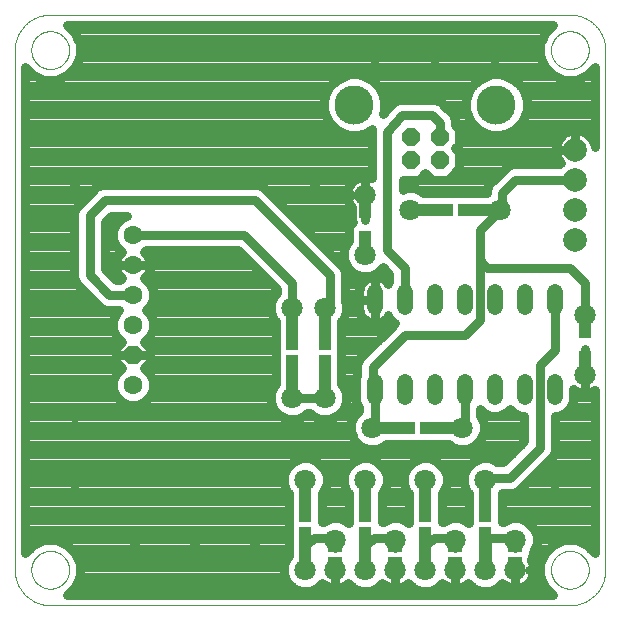
<source format=gtl>
G75*
%MOIN*%
%OFA0B0*%
%FSLAX25Y25*%
%IPPOS*%
%LPD*%
%AMOC8*
5,1,8,0,0,1.08239X$1,22.5*
%
%ADD10C,0.00000*%
%ADD11R,0.03937X0.10236*%
%ADD12C,0.07087*%
%ADD13C,0.05200*%
%ADD14R,0.12598X0.03937*%
%ADD15OC8,0.05740*%
%ADD16C,0.13055*%
%ADD17R,0.03937X0.12598*%
%ADD18R,0.04724X0.03150*%
%ADD19C,0.07874*%
%ADD20C,0.06299*%
%ADD21OC8,0.06299*%
%ADD22C,0.03150*%
%ADD23C,0.03150*%
D10*
X0005724Y0017535D02*
X0005724Y0190764D01*
X0011236Y0190764D02*
X0011238Y0190922D01*
X0011244Y0191080D01*
X0011254Y0191238D01*
X0011268Y0191396D01*
X0011286Y0191553D01*
X0011307Y0191710D01*
X0011333Y0191866D01*
X0011363Y0192022D01*
X0011396Y0192177D01*
X0011434Y0192330D01*
X0011475Y0192483D01*
X0011520Y0192635D01*
X0011569Y0192786D01*
X0011622Y0192935D01*
X0011678Y0193083D01*
X0011738Y0193229D01*
X0011802Y0193374D01*
X0011870Y0193517D01*
X0011941Y0193659D01*
X0012015Y0193799D01*
X0012093Y0193936D01*
X0012175Y0194072D01*
X0012259Y0194206D01*
X0012348Y0194337D01*
X0012439Y0194466D01*
X0012534Y0194593D01*
X0012631Y0194718D01*
X0012732Y0194840D01*
X0012836Y0194959D01*
X0012943Y0195076D01*
X0013053Y0195190D01*
X0013166Y0195301D01*
X0013281Y0195410D01*
X0013399Y0195515D01*
X0013520Y0195617D01*
X0013643Y0195717D01*
X0013769Y0195813D01*
X0013897Y0195906D01*
X0014027Y0195996D01*
X0014160Y0196082D01*
X0014295Y0196166D01*
X0014431Y0196245D01*
X0014570Y0196322D01*
X0014711Y0196394D01*
X0014853Y0196464D01*
X0014997Y0196529D01*
X0015143Y0196591D01*
X0015290Y0196649D01*
X0015439Y0196704D01*
X0015589Y0196755D01*
X0015740Y0196802D01*
X0015892Y0196845D01*
X0016045Y0196884D01*
X0016200Y0196920D01*
X0016355Y0196951D01*
X0016511Y0196979D01*
X0016667Y0197003D01*
X0016824Y0197023D01*
X0016982Y0197039D01*
X0017139Y0197051D01*
X0017298Y0197059D01*
X0017456Y0197063D01*
X0017614Y0197063D01*
X0017772Y0197059D01*
X0017931Y0197051D01*
X0018088Y0197039D01*
X0018246Y0197023D01*
X0018403Y0197003D01*
X0018559Y0196979D01*
X0018715Y0196951D01*
X0018870Y0196920D01*
X0019025Y0196884D01*
X0019178Y0196845D01*
X0019330Y0196802D01*
X0019481Y0196755D01*
X0019631Y0196704D01*
X0019780Y0196649D01*
X0019927Y0196591D01*
X0020073Y0196529D01*
X0020217Y0196464D01*
X0020359Y0196394D01*
X0020500Y0196322D01*
X0020639Y0196245D01*
X0020775Y0196166D01*
X0020910Y0196082D01*
X0021043Y0195996D01*
X0021173Y0195906D01*
X0021301Y0195813D01*
X0021427Y0195717D01*
X0021550Y0195617D01*
X0021671Y0195515D01*
X0021789Y0195410D01*
X0021904Y0195301D01*
X0022017Y0195190D01*
X0022127Y0195076D01*
X0022234Y0194959D01*
X0022338Y0194840D01*
X0022439Y0194718D01*
X0022536Y0194593D01*
X0022631Y0194466D01*
X0022722Y0194337D01*
X0022811Y0194206D01*
X0022895Y0194072D01*
X0022977Y0193936D01*
X0023055Y0193799D01*
X0023129Y0193659D01*
X0023200Y0193517D01*
X0023268Y0193374D01*
X0023332Y0193229D01*
X0023392Y0193083D01*
X0023448Y0192935D01*
X0023501Y0192786D01*
X0023550Y0192635D01*
X0023595Y0192483D01*
X0023636Y0192330D01*
X0023674Y0192177D01*
X0023707Y0192022D01*
X0023737Y0191866D01*
X0023763Y0191710D01*
X0023784Y0191553D01*
X0023802Y0191396D01*
X0023816Y0191238D01*
X0023826Y0191080D01*
X0023832Y0190922D01*
X0023834Y0190764D01*
X0023832Y0190606D01*
X0023826Y0190448D01*
X0023816Y0190290D01*
X0023802Y0190132D01*
X0023784Y0189975D01*
X0023763Y0189818D01*
X0023737Y0189662D01*
X0023707Y0189506D01*
X0023674Y0189351D01*
X0023636Y0189198D01*
X0023595Y0189045D01*
X0023550Y0188893D01*
X0023501Y0188742D01*
X0023448Y0188593D01*
X0023392Y0188445D01*
X0023332Y0188299D01*
X0023268Y0188154D01*
X0023200Y0188011D01*
X0023129Y0187869D01*
X0023055Y0187729D01*
X0022977Y0187592D01*
X0022895Y0187456D01*
X0022811Y0187322D01*
X0022722Y0187191D01*
X0022631Y0187062D01*
X0022536Y0186935D01*
X0022439Y0186810D01*
X0022338Y0186688D01*
X0022234Y0186569D01*
X0022127Y0186452D01*
X0022017Y0186338D01*
X0021904Y0186227D01*
X0021789Y0186118D01*
X0021671Y0186013D01*
X0021550Y0185911D01*
X0021427Y0185811D01*
X0021301Y0185715D01*
X0021173Y0185622D01*
X0021043Y0185532D01*
X0020910Y0185446D01*
X0020775Y0185362D01*
X0020639Y0185283D01*
X0020500Y0185206D01*
X0020359Y0185134D01*
X0020217Y0185064D01*
X0020073Y0184999D01*
X0019927Y0184937D01*
X0019780Y0184879D01*
X0019631Y0184824D01*
X0019481Y0184773D01*
X0019330Y0184726D01*
X0019178Y0184683D01*
X0019025Y0184644D01*
X0018870Y0184608D01*
X0018715Y0184577D01*
X0018559Y0184549D01*
X0018403Y0184525D01*
X0018246Y0184505D01*
X0018088Y0184489D01*
X0017931Y0184477D01*
X0017772Y0184469D01*
X0017614Y0184465D01*
X0017456Y0184465D01*
X0017298Y0184469D01*
X0017139Y0184477D01*
X0016982Y0184489D01*
X0016824Y0184505D01*
X0016667Y0184525D01*
X0016511Y0184549D01*
X0016355Y0184577D01*
X0016200Y0184608D01*
X0016045Y0184644D01*
X0015892Y0184683D01*
X0015740Y0184726D01*
X0015589Y0184773D01*
X0015439Y0184824D01*
X0015290Y0184879D01*
X0015143Y0184937D01*
X0014997Y0184999D01*
X0014853Y0185064D01*
X0014711Y0185134D01*
X0014570Y0185206D01*
X0014431Y0185283D01*
X0014295Y0185362D01*
X0014160Y0185446D01*
X0014027Y0185532D01*
X0013897Y0185622D01*
X0013769Y0185715D01*
X0013643Y0185811D01*
X0013520Y0185911D01*
X0013399Y0186013D01*
X0013281Y0186118D01*
X0013166Y0186227D01*
X0013053Y0186338D01*
X0012943Y0186452D01*
X0012836Y0186569D01*
X0012732Y0186688D01*
X0012631Y0186810D01*
X0012534Y0186935D01*
X0012439Y0187062D01*
X0012348Y0187191D01*
X0012259Y0187322D01*
X0012175Y0187456D01*
X0012093Y0187592D01*
X0012015Y0187729D01*
X0011941Y0187869D01*
X0011870Y0188011D01*
X0011802Y0188154D01*
X0011738Y0188299D01*
X0011678Y0188445D01*
X0011622Y0188593D01*
X0011569Y0188742D01*
X0011520Y0188893D01*
X0011475Y0189045D01*
X0011434Y0189198D01*
X0011396Y0189351D01*
X0011363Y0189506D01*
X0011333Y0189662D01*
X0011307Y0189818D01*
X0011286Y0189975D01*
X0011268Y0190132D01*
X0011254Y0190290D01*
X0011244Y0190448D01*
X0011238Y0190606D01*
X0011236Y0190764D01*
X0005724Y0190764D02*
X0005727Y0191049D01*
X0005738Y0191335D01*
X0005755Y0191620D01*
X0005779Y0191904D01*
X0005810Y0192188D01*
X0005848Y0192471D01*
X0005893Y0192752D01*
X0005944Y0193033D01*
X0006002Y0193313D01*
X0006067Y0193591D01*
X0006139Y0193867D01*
X0006217Y0194141D01*
X0006302Y0194414D01*
X0006394Y0194684D01*
X0006492Y0194952D01*
X0006596Y0195218D01*
X0006707Y0195481D01*
X0006824Y0195741D01*
X0006947Y0195999D01*
X0007077Y0196253D01*
X0007213Y0196504D01*
X0007354Y0196752D01*
X0007502Y0196996D01*
X0007655Y0197237D01*
X0007815Y0197473D01*
X0007980Y0197706D01*
X0008150Y0197935D01*
X0008326Y0198160D01*
X0008508Y0198380D01*
X0008694Y0198596D01*
X0008886Y0198807D01*
X0009083Y0199014D01*
X0009285Y0199216D01*
X0009492Y0199413D01*
X0009703Y0199605D01*
X0009919Y0199791D01*
X0010139Y0199973D01*
X0010364Y0200149D01*
X0010593Y0200319D01*
X0010826Y0200484D01*
X0011062Y0200644D01*
X0011303Y0200797D01*
X0011547Y0200945D01*
X0011795Y0201086D01*
X0012046Y0201222D01*
X0012300Y0201352D01*
X0012558Y0201475D01*
X0012818Y0201592D01*
X0013081Y0201703D01*
X0013347Y0201807D01*
X0013615Y0201905D01*
X0013885Y0201997D01*
X0014158Y0202082D01*
X0014432Y0202160D01*
X0014708Y0202232D01*
X0014986Y0202297D01*
X0015266Y0202355D01*
X0015547Y0202406D01*
X0015828Y0202451D01*
X0016111Y0202489D01*
X0016395Y0202520D01*
X0016679Y0202544D01*
X0016964Y0202561D01*
X0017250Y0202572D01*
X0017535Y0202575D01*
X0190764Y0202575D01*
X0184465Y0190764D02*
X0184467Y0190922D01*
X0184473Y0191080D01*
X0184483Y0191238D01*
X0184497Y0191396D01*
X0184515Y0191553D01*
X0184536Y0191710D01*
X0184562Y0191866D01*
X0184592Y0192022D01*
X0184625Y0192177D01*
X0184663Y0192330D01*
X0184704Y0192483D01*
X0184749Y0192635D01*
X0184798Y0192786D01*
X0184851Y0192935D01*
X0184907Y0193083D01*
X0184967Y0193229D01*
X0185031Y0193374D01*
X0185099Y0193517D01*
X0185170Y0193659D01*
X0185244Y0193799D01*
X0185322Y0193936D01*
X0185404Y0194072D01*
X0185488Y0194206D01*
X0185577Y0194337D01*
X0185668Y0194466D01*
X0185763Y0194593D01*
X0185860Y0194718D01*
X0185961Y0194840D01*
X0186065Y0194959D01*
X0186172Y0195076D01*
X0186282Y0195190D01*
X0186395Y0195301D01*
X0186510Y0195410D01*
X0186628Y0195515D01*
X0186749Y0195617D01*
X0186872Y0195717D01*
X0186998Y0195813D01*
X0187126Y0195906D01*
X0187256Y0195996D01*
X0187389Y0196082D01*
X0187524Y0196166D01*
X0187660Y0196245D01*
X0187799Y0196322D01*
X0187940Y0196394D01*
X0188082Y0196464D01*
X0188226Y0196529D01*
X0188372Y0196591D01*
X0188519Y0196649D01*
X0188668Y0196704D01*
X0188818Y0196755D01*
X0188969Y0196802D01*
X0189121Y0196845D01*
X0189274Y0196884D01*
X0189429Y0196920D01*
X0189584Y0196951D01*
X0189740Y0196979D01*
X0189896Y0197003D01*
X0190053Y0197023D01*
X0190211Y0197039D01*
X0190368Y0197051D01*
X0190527Y0197059D01*
X0190685Y0197063D01*
X0190843Y0197063D01*
X0191001Y0197059D01*
X0191160Y0197051D01*
X0191317Y0197039D01*
X0191475Y0197023D01*
X0191632Y0197003D01*
X0191788Y0196979D01*
X0191944Y0196951D01*
X0192099Y0196920D01*
X0192254Y0196884D01*
X0192407Y0196845D01*
X0192559Y0196802D01*
X0192710Y0196755D01*
X0192860Y0196704D01*
X0193009Y0196649D01*
X0193156Y0196591D01*
X0193302Y0196529D01*
X0193446Y0196464D01*
X0193588Y0196394D01*
X0193729Y0196322D01*
X0193868Y0196245D01*
X0194004Y0196166D01*
X0194139Y0196082D01*
X0194272Y0195996D01*
X0194402Y0195906D01*
X0194530Y0195813D01*
X0194656Y0195717D01*
X0194779Y0195617D01*
X0194900Y0195515D01*
X0195018Y0195410D01*
X0195133Y0195301D01*
X0195246Y0195190D01*
X0195356Y0195076D01*
X0195463Y0194959D01*
X0195567Y0194840D01*
X0195668Y0194718D01*
X0195765Y0194593D01*
X0195860Y0194466D01*
X0195951Y0194337D01*
X0196040Y0194206D01*
X0196124Y0194072D01*
X0196206Y0193936D01*
X0196284Y0193799D01*
X0196358Y0193659D01*
X0196429Y0193517D01*
X0196497Y0193374D01*
X0196561Y0193229D01*
X0196621Y0193083D01*
X0196677Y0192935D01*
X0196730Y0192786D01*
X0196779Y0192635D01*
X0196824Y0192483D01*
X0196865Y0192330D01*
X0196903Y0192177D01*
X0196936Y0192022D01*
X0196966Y0191866D01*
X0196992Y0191710D01*
X0197013Y0191553D01*
X0197031Y0191396D01*
X0197045Y0191238D01*
X0197055Y0191080D01*
X0197061Y0190922D01*
X0197063Y0190764D01*
X0197061Y0190606D01*
X0197055Y0190448D01*
X0197045Y0190290D01*
X0197031Y0190132D01*
X0197013Y0189975D01*
X0196992Y0189818D01*
X0196966Y0189662D01*
X0196936Y0189506D01*
X0196903Y0189351D01*
X0196865Y0189198D01*
X0196824Y0189045D01*
X0196779Y0188893D01*
X0196730Y0188742D01*
X0196677Y0188593D01*
X0196621Y0188445D01*
X0196561Y0188299D01*
X0196497Y0188154D01*
X0196429Y0188011D01*
X0196358Y0187869D01*
X0196284Y0187729D01*
X0196206Y0187592D01*
X0196124Y0187456D01*
X0196040Y0187322D01*
X0195951Y0187191D01*
X0195860Y0187062D01*
X0195765Y0186935D01*
X0195668Y0186810D01*
X0195567Y0186688D01*
X0195463Y0186569D01*
X0195356Y0186452D01*
X0195246Y0186338D01*
X0195133Y0186227D01*
X0195018Y0186118D01*
X0194900Y0186013D01*
X0194779Y0185911D01*
X0194656Y0185811D01*
X0194530Y0185715D01*
X0194402Y0185622D01*
X0194272Y0185532D01*
X0194139Y0185446D01*
X0194004Y0185362D01*
X0193868Y0185283D01*
X0193729Y0185206D01*
X0193588Y0185134D01*
X0193446Y0185064D01*
X0193302Y0184999D01*
X0193156Y0184937D01*
X0193009Y0184879D01*
X0192860Y0184824D01*
X0192710Y0184773D01*
X0192559Y0184726D01*
X0192407Y0184683D01*
X0192254Y0184644D01*
X0192099Y0184608D01*
X0191944Y0184577D01*
X0191788Y0184549D01*
X0191632Y0184525D01*
X0191475Y0184505D01*
X0191317Y0184489D01*
X0191160Y0184477D01*
X0191001Y0184469D01*
X0190843Y0184465D01*
X0190685Y0184465D01*
X0190527Y0184469D01*
X0190368Y0184477D01*
X0190211Y0184489D01*
X0190053Y0184505D01*
X0189896Y0184525D01*
X0189740Y0184549D01*
X0189584Y0184577D01*
X0189429Y0184608D01*
X0189274Y0184644D01*
X0189121Y0184683D01*
X0188969Y0184726D01*
X0188818Y0184773D01*
X0188668Y0184824D01*
X0188519Y0184879D01*
X0188372Y0184937D01*
X0188226Y0184999D01*
X0188082Y0185064D01*
X0187940Y0185134D01*
X0187799Y0185206D01*
X0187660Y0185283D01*
X0187524Y0185362D01*
X0187389Y0185446D01*
X0187256Y0185532D01*
X0187126Y0185622D01*
X0186998Y0185715D01*
X0186872Y0185811D01*
X0186749Y0185911D01*
X0186628Y0186013D01*
X0186510Y0186118D01*
X0186395Y0186227D01*
X0186282Y0186338D01*
X0186172Y0186452D01*
X0186065Y0186569D01*
X0185961Y0186688D01*
X0185860Y0186810D01*
X0185763Y0186935D01*
X0185668Y0187062D01*
X0185577Y0187191D01*
X0185488Y0187322D01*
X0185404Y0187456D01*
X0185322Y0187592D01*
X0185244Y0187729D01*
X0185170Y0187869D01*
X0185099Y0188011D01*
X0185031Y0188154D01*
X0184967Y0188299D01*
X0184907Y0188445D01*
X0184851Y0188593D01*
X0184798Y0188742D01*
X0184749Y0188893D01*
X0184704Y0189045D01*
X0184663Y0189198D01*
X0184625Y0189351D01*
X0184592Y0189506D01*
X0184562Y0189662D01*
X0184536Y0189818D01*
X0184515Y0189975D01*
X0184497Y0190132D01*
X0184483Y0190290D01*
X0184473Y0190448D01*
X0184467Y0190606D01*
X0184465Y0190764D01*
X0190764Y0202575D02*
X0191049Y0202572D01*
X0191335Y0202561D01*
X0191620Y0202544D01*
X0191904Y0202520D01*
X0192188Y0202489D01*
X0192471Y0202451D01*
X0192752Y0202406D01*
X0193033Y0202355D01*
X0193313Y0202297D01*
X0193591Y0202232D01*
X0193867Y0202160D01*
X0194141Y0202082D01*
X0194414Y0201997D01*
X0194684Y0201905D01*
X0194952Y0201807D01*
X0195218Y0201703D01*
X0195481Y0201592D01*
X0195741Y0201475D01*
X0195999Y0201352D01*
X0196253Y0201222D01*
X0196504Y0201086D01*
X0196752Y0200945D01*
X0196996Y0200797D01*
X0197237Y0200644D01*
X0197473Y0200484D01*
X0197706Y0200319D01*
X0197935Y0200149D01*
X0198160Y0199973D01*
X0198380Y0199791D01*
X0198596Y0199605D01*
X0198807Y0199413D01*
X0199014Y0199216D01*
X0199216Y0199014D01*
X0199413Y0198807D01*
X0199605Y0198596D01*
X0199791Y0198380D01*
X0199973Y0198160D01*
X0200149Y0197935D01*
X0200319Y0197706D01*
X0200484Y0197473D01*
X0200644Y0197237D01*
X0200797Y0196996D01*
X0200945Y0196752D01*
X0201086Y0196504D01*
X0201222Y0196253D01*
X0201352Y0195999D01*
X0201475Y0195741D01*
X0201592Y0195481D01*
X0201703Y0195218D01*
X0201807Y0194952D01*
X0201905Y0194684D01*
X0201997Y0194414D01*
X0202082Y0194141D01*
X0202160Y0193867D01*
X0202232Y0193591D01*
X0202297Y0193313D01*
X0202355Y0193033D01*
X0202406Y0192752D01*
X0202451Y0192471D01*
X0202489Y0192188D01*
X0202520Y0191904D01*
X0202544Y0191620D01*
X0202561Y0191335D01*
X0202572Y0191049D01*
X0202575Y0190764D01*
X0202575Y0017535D01*
X0184465Y0017535D02*
X0184467Y0017693D01*
X0184473Y0017851D01*
X0184483Y0018009D01*
X0184497Y0018167D01*
X0184515Y0018324D01*
X0184536Y0018481D01*
X0184562Y0018637D01*
X0184592Y0018793D01*
X0184625Y0018948D01*
X0184663Y0019101D01*
X0184704Y0019254D01*
X0184749Y0019406D01*
X0184798Y0019557D01*
X0184851Y0019706D01*
X0184907Y0019854D01*
X0184967Y0020000D01*
X0185031Y0020145D01*
X0185099Y0020288D01*
X0185170Y0020430D01*
X0185244Y0020570D01*
X0185322Y0020707D01*
X0185404Y0020843D01*
X0185488Y0020977D01*
X0185577Y0021108D01*
X0185668Y0021237D01*
X0185763Y0021364D01*
X0185860Y0021489D01*
X0185961Y0021611D01*
X0186065Y0021730D01*
X0186172Y0021847D01*
X0186282Y0021961D01*
X0186395Y0022072D01*
X0186510Y0022181D01*
X0186628Y0022286D01*
X0186749Y0022388D01*
X0186872Y0022488D01*
X0186998Y0022584D01*
X0187126Y0022677D01*
X0187256Y0022767D01*
X0187389Y0022853D01*
X0187524Y0022937D01*
X0187660Y0023016D01*
X0187799Y0023093D01*
X0187940Y0023165D01*
X0188082Y0023235D01*
X0188226Y0023300D01*
X0188372Y0023362D01*
X0188519Y0023420D01*
X0188668Y0023475D01*
X0188818Y0023526D01*
X0188969Y0023573D01*
X0189121Y0023616D01*
X0189274Y0023655D01*
X0189429Y0023691D01*
X0189584Y0023722D01*
X0189740Y0023750D01*
X0189896Y0023774D01*
X0190053Y0023794D01*
X0190211Y0023810D01*
X0190368Y0023822D01*
X0190527Y0023830D01*
X0190685Y0023834D01*
X0190843Y0023834D01*
X0191001Y0023830D01*
X0191160Y0023822D01*
X0191317Y0023810D01*
X0191475Y0023794D01*
X0191632Y0023774D01*
X0191788Y0023750D01*
X0191944Y0023722D01*
X0192099Y0023691D01*
X0192254Y0023655D01*
X0192407Y0023616D01*
X0192559Y0023573D01*
X0192710Y0023526D01*
X0192860Y0023475D01*
X0193009Y0023420D01*
X0193156Y0023362D01*
X0193302Y0023300D01*
X0193446Y0023235D01*
X0193588Y0023165D01*
X0193729Y0023093D01*
X0193868Y0023016D01*
X0194004Y0022937D01*
X0194139Y0022853D01*
X0194272Y0022767D01*
X0194402Y0022677D01*
X0194530Y0022584D01*
X0194656Y0022488D01*
X0194779Y0022388D01*
X0194900Y0022286D01*
X0195018Y0022181D01*
X0195133Y0022072D01*
X0195246Y0021961D01*
X0195356Y0021847D01*
X0195463Y0021730D01*
X0195567Y0021611D01*
X0195668Y0021489D01*
X0195765Y0021364D01*
X0195860Y0021237D01*
X0195951Y0021108D01*
X0196040Y0020977D01*
X0196124Y0020843D01*
X0196206Y0020707D01*
X0196284Y0020570D01*
X0196358Y0020430D01*
X0196429Y0020288D01*
X0196497Y0020145D01*
X0196561Y0020000D01*
X0196621Y0019854D01*
X0196677Y0019706D01*
X0196730Y0019557D01*
X0196779Y0019406D01*
X0196824Y0019254D01*
X0196865Y0019101D01*
X0196903Y0018948D01*
X0196936Y0018793D01*
X0196966Y0018637D01*
X0196992Y0018481D01*
X0197013Y0018324D01*
X0197031Y0018167D01*
X0197045Y0018009D01*
X0197055Y0017851D01*
X0197061Y0017693D01*
X0197063Y0017535D01*
X0197061Y0017377D01*
X0197055Y0017219D01*
X0197045Y0017061D01*
X0197031Y0016903D01*
X0197013Y0016746D01*
X0196992Y0016589D01*
X0196966Y0016433D01*
X0196936Y0016277D01*
X0196903Y0016122D01*
X0196865Y0015969D01*
X0196824Y0015816D01*
X0196779Y0015664D01*
X0196730Y0015513D01*
X0196677Y0015364D01*
X0196621Y0015216D01*
X0196561Y0015070D01*
X0196497Y0014925D01*
X0196429Y0014782D01*
X0196358Y0014640D01*
X0196284Y0014500D01*
X0196206Y0014363D01*
X0196124Y0014227D01*
X0196040Y0014093D01*
X0195951Y0013962D01*
X0195860Y0013833D01*
X0195765Y0013706D01*
X0195668Y0013581D01*
X0195567Y0013459D01*
X0195463Y0013340D01*
X0195356Y0013223D01*
X0195246Y0013109D01*
X0195133Y0012998D01*
X0195018Y0012889D01*
X0194900Y0012784D01*
X0194779Y0012682D01*
X0194656Y0012582D01*
X0194530Y0012486D01*
X0194402Y0012393D01*
X0194272Y0012303D01*
X0194139Y0012217D01*
X0194004Y0012133D01*
X0193868Y0012054D01*
X0193729Y0011977D01*
X0193588Y0011905D01*
X0193446Y0011835D01*
X0193302Y0011770D01*
X0193156Y0011708D01*
X0193009Y0011650D01*
X0192860Y0011595D01*
X0192710Y0011544D01*
X0192559Y0011497D01*
X0192407Y0011454D01*
X0192254Y0011415D01*
X0192099Y0011379D01*
X0191944Y0011348D01*
X0191788Y0011320D01*
X0191632Y0011296D01*
X0191475Y0011276D01*
X0191317Y0011260D01*
X0191160Y0011248D01*
X0191001Y0011240D01*
X0190843Y0011236D01*
X0190685Y0011236D01*
X0190527Y0011240D01*
X0190368Y0011248D01*
X0190211Y0011260D01*
X0190053Y0011276D01*
X0189896Y0011296D01*
X0189740Y0011320D01*
X0189584Y0011348D01*
X0189429Y0011379D01*
X0189274Y0011415D01*
X0189121Y0011454D01*
X0188969Y0011497D01*
X0188818Y0011544D01*
X0188668Y0011595D01*
X0188519Y0011650D01*
X0188372Y0011708D01*
X0188226Y0011770D01*
X0188082Y0011835D01*
X0187940Y0011905D01*
X0187799Y0011977D01*
X0187660Y0012054D01*
X0187524Y0012133D01*
X0187389Y0012217D01*
X0187256Y0012303D01*
X0187126Y0012393D01*
X0186998Y0012486D01*
X0186872Y0012582D01*
X0186749Y0012682D01*
X0186628Y0012784D01*
X0186510Y0012889D01*
X0186395Y0012998D01*
X0186282Y0013109D01*
X0186172Y0013223D01*
X0186065Y0013340D01*
X0185961Y0013459D01*
X0185860Y0013581D01*
X0185763Y0013706D01*
X0185668Y0013833D01*
X0185577Y0013962D01*
X0185488Y0014093D01*
X0185404Y0014227D01*
X0185322Y0014363D01*
X0185244Y0014500D01*
X0185170Y0014640D01*
X0185099Y0014782D01*
X0185031Y0014925D01*
X0184967Y0015070D01*
X0184907Y0015216D01*
X0184851Y0015364D01*
X0184798Y0015513D01*
X0184749Y0015664D01*
X0184704Y0015816D01*
X0184663Y0015969D01*
X0184625Y0016122D01*
X0184592Y0016277D01*
X0184562Y0016433D01*
X0184536Y0016589D01*
X0184515Y0016746D01*
X0184497Y0016903D01*
X0184483Y0017061D01*
X0184473Y0017219D01*
X0184467Y0017377D01*
X0184465Y0017535D01*
X0190764Y0005724D02*
X0191049Y0005727D01*
X0191335Y0005738D01*
X0191620Y0005755D01*
X0191904Y0005779D01*
X0192188Y0005810D01*
X0192471Y0005848D01*
X0192752Y0005893D01*
X0193033Y0005944D01*
X0193313Y0006002D01*
X0193591Y0006067D01*
X0193867Y0006139D01*
X0194141Y0006217D01*
X0194414Y0006302D01*
X0194684Y0006394D01*
X0194952Y0006492D01*
X0195218Y0006596D01*
X0195481Y0006707D01*
X0195741Y0006824D01*
X0195999Y0006947D01*
X0196253Y0007077D01*
X0196504Y0007213D01*
X0196752Y0007354D01*
X0196996Y0007502D01*
X0197237Y0007655D01*
X0197473Y0007815D01*
X0197706Y0007980D01*
X0197935Y0008150D01*
X0198160Y0008326D01*
X0198380Y0008508D01*
X0198596Y0008694D01*
X0198807Y0008886D01*
X0199014Y0009083D01*
X0199216Y0009285D01*
X0199413Y0009492D01*
X0199605Y0009703D01*
X0199791Y0009919D01*
X0199973Y0010139D01*
X0200149Y0010364D01*
X0200319Y0010593D01*
X0200484Y0010826D01*
X0200644Y0011062D01*
X0200797Y0011303D01*
X0200945Y0011547D01*
X0201086Y0011795D01*
X0201222Y0012046D01*
X0201352Y0012300D01*
X0201475Y0012558D01*
X0201592Y0012818D01*
X0201703Y0013081D01*
X0201807Y0013347D01*
X0201905Y0013615D01*
X0201997Y0013885D01*
X0202082Y0014158D01*
X0202160Y0014432D01*
X0202232Y0014708D01*
X0202297Y0014986D01*
X0202355Y0015266D01*
X0202406Y0015547D01*
X0202451Y0015828D01*
X0202489Y0016111D01*
X0202520Y0016395D01*
X0202544Y0016679D01*
X0202561Y0016964D01*
X0202572Y0017250D01*
X0202575Y0017535D01*
X0190764Y0005724D02*
X0017535Y0005724D01*
X0011236Y0017535D02*
X0011238Y0017693D01*
X0011244Y0017851D01*
X0011254Y0018009D01*
X0011268Y0018167D01*
X0011286Y0018324D01*
X0011307Y0018481D01*
X0011333Y0018637D01*
X0011363Y0018793D01*
X0011396Y0018948D01*
X0011434Y0019101D01*
X0011475Y0019254D01*
X0011520Y0019406D01*
X0011569Y0019557D01*
X0011622Y0019706D01*
X0011678Y0019854D01*
X0011738Y0020000D01*
X0011802Y0020145D01*
X0011870Y0020288D01*
X0011941Y0020430D01*
X0012015Y0020570D01*
X0012093Y0020707D01*
X0012175Y0020843D01*
X0012259Y0020977D01*
X0012348Y0021108D01*
X0012439Y0021237D01*
X0012534Y0021364D01*
X0012631Y0021489D01*
X0012732Y0021611D01*
X0012836Y0021730D01*
X0012943Y0021847D01*
X0013053Y0021961D01*
X0013166Y0022072D01*
X0013281Y0022181D01*
X0013399Y0022286D01*
X0013520Y0022388D01*
X0013643Y0022488D01*
X0013769Y0022584D01*
X0013897Y0022677D01*
X0014027Y0022767D01*
X0014160Y0022853D01*
X0014295Y0022937D01*
X0014431Y0023016D01*
X0014570Y0023093D01*
X0014711Y0023165D01*
X0014853Y0023235D01*
X0014997Y0023300D01*
X0015143Y0023362D01*
X0015290Y0023420D01*
X0015439Y0023475D01*
X0015589Y0023526D01*
X0015740Y0023573D01*
X0015892Y0023616D01*
X0016045Y0023655D01*
X0016200Y0023691D01*
X0016355Y0023722D01*
X0016511Y0023750D01*
X0016667Y0023774D01*
X0016824Y0023794D01*
X0016982Y0023810D01*
X0017139Y0023822D01*
X0017298Y0023830D01*
X0017456Y0023834D01*
X0017614Y0023834D01*
X0017772Y0023830D01*
X0017931Y0023822D01*
X0018088Y0023810D01*
X0018246Y0023794D01*
X0018403Y0023774D01*
X0018559Y0023750D01*
X0018715Y0023722D01*
X0018870Y0023691D01*
X0019025Y0023655D01*
X0019178Y0023616D01*
X0019330Y0023573D01*
X0019481Y0023526D01*
X0019631Y0023475D01*
X0019780Y0023420D01*
X0019927Y0023362D01*
X0020073Y0023300D01*
X0020217Y0023235D01*
X0020359Y0023165D01*
X0020500Y0023093D01*
X0020639Y0023016D01*
X0020775Y0022937D01*
X0020910Y0022853D01*
X0021043Y0022767D01*
X0021173Y0022677D01*
X0021301Y0022584D01*
X0021427Y0022488D01*
X0021550Y0022388D01*
X0021671Y0022286D01*
X0021789Y0022181D01*
X0021904Y0022072D01*
X0022017Y0021961D01*
X0022127Y0021847D01*
X0022234Y0021730D01*
X0022338Y0021611D01*
X0022439Y0021489D01*
X0022536Y0021364D01*
X0022631Y0021237D01*
X0022722Y0021108D01*
X0022811Y0020977D01*
X0022895Y0020843D01*
X0022977Y0020707D01*
X0023055Y0020570D01*
X0023129Y0020430D01*
X0023200Y0020288D01*
X0023268Y0020145D01*
X0023332Y0020000D01*
X0023392Y0019854D01*
X0023448Y0019706D01*
X0023501Y0019557D01*
X0023550Y0019406D01*
X0023595Y0019254D01*
X0023636Y0019101D01*
X0023674Y0018948D01*
X0023707Y0018793D01*
X0023737Y0018637D01*
X0023763Y0018481D01*
X0023784Y0018324D01*
X0023802Y0018167D01*
X0023816Y0018009D01*
X0023826Y0017851D01*
X0023832Y0017693D01*
X0023834Y0017535D01*
X0023832Y0017377D01*
X0023826Y0017219D01*
X0023816Y0017061D01*
X0023802Y0016903D01*
X0023784Y0016746D01*
X0023763Y0016589D01*
X0023737Y0016433D01*
X0023707Y0016277D01*
X0023674Y0016122D01*
X0023636Y0015969D01*
X0023595Y0015816D01*
X0023550Y0015664D01*
X0023501Y0015513D01*
X0023448Y0015364D01*
X0023392Y0015216D01*
X0023332Y0015070D01*
X0023268Y0014925D01*
X0023200Y0014782D01*
X0023129Y0014640D01*
X0023055Y0014500D01*
X0022977Y0014363D01*
X0022895Y0014227D01*
X0022811Y0014093D01*
X0022722Y0013962D01*
X0022631Y0013833D01*
X0022536Y0013706D01*
X0022439Y0013581D01*
X0022338Y0013459D01*
X0022234Y0013340D01*
X0022127Y0013223D01*
X0022017Y0013109D01*
X0021904Y0012998D01*
X0021789Y0012889D01*
X0021671Y0012784D01*
X0021550Y0012682D01*
X0021427Y0012582D01*
X0021301Y0012486D01*
X0021173Y0012393D01*
X0021043Y0012303D01*
X0020910Y0012217D01*
X0020775Y0012133D01*
X0020639Y0012054D01*
X0020500Y0011977D01*
X0020359Y0011905D01*
X0020217Y0011835D01*
X0020073Y0011770D01*
X0019927Y0011708D01*
X0019780Y0011650D01*
X0019631Y0011595D01*
X0019481Y0011544D01*
X0019330Y0011497D01*
X0019178Y0011454D01*
X0019025Y0011415D01*
X0018870Y0011379D01*
X0018715Y0011348D01*
X0018559Y0011320D01*
X0018403Y0011296D01*
X0018246Y0011276D01*
X0018088Y0011260D01*
X0017931Y0011248D01*
X0017772Y0011240D01*
X0017614Y0011236D01*
X0017456Y0011236D01*
X0017298Y0011240D01*
X0017139Y0011248D01*
X0016982Y0011260D01*
X0016824Y0011276D01*
X0016667Y0011296D01*
X0016511Y0011320D01*
X0016355Y0011348D01*
X0016200Y0011379D01*
X0016045Y0011415D01*
X0015892Y0011454D01*
X0015740Y0011497D01*
X0015589Y0011544D01*
X0015439Y0011595D01*
X0015290Y0011650D01*
X0015143Y0011708D01*
X0014997Y0011770D01*
X0014853Y0011835D01*
X0014711Y0011905D01*
X0014570Y0011977D01*
X0014431Y0012054D01*
X0014295Y0012133D01*
X0014160Y0012217D01*
X0014027Y0012303D01*
X0013897Y0012393D01*
X0013769Y0012486D01*
X0013643Y0012582D01*
X0013520Y0012682D01*
X0013399Y0012784D01*
X0013281Y0012889D01*
X0013166Y0012998D01*
X0013053Y0013109D01*
X0012943Y0013223D01*
X0012836Y0013340D01*
X0012732Y0013459D01*
X0012631Y0013581D01*
X0012534Y0013706D01*
X0012439Y0013833D01*
X0012348Y0013962D01*
X0012259Y0014093D01*
X0012175Y0014227D01*
X0012093Y0014363D01*
X0012015Y0014500D01*
X0011941Y0014640D01*
X0011870Y0014782D01*
X0011802Y0014925D01*
X0011738Y0015070D01*
X0011678Y0015216D01*
X0011622Y0015364D01*
X0011569Y0015513D01*
X0011520Y0015664D01*
X0011475Y0015816D01*
X0011434Y0015969D01*
X0011396Y0016122D01*
X0011363Y0016277D01*
X0011333Y0016433D01*
X0011307Y0016589D01*
X0011286Y0016746D01*
X0011268Y0016903D01*
X0011254Y0017061D01*
X0011244Y0017219D01*
X0011238Y0017377D01*
X0011236Y0017535D01*
X0005724Y0017535D02*
X0005727Y0017250D01*
X0005738Y0016964D01*
X0005755Y0016679D01*
X0005779Y0016395D01*
X0005810Y0016111D01*
X0005848Y0015828D01*
X0005893Y0015547D01*
X0005944Y0015266D01*
X0006002Y0014986D01*
X0006067Y0014708D01*
X0006139Y0014432D01*
X0006217Y0014158D01*
X0006302Y0013885D01*
X0006394Y0013615D01*
X0006492Y0013347D01*
X0006596Y0013081D01*
X0006707Y0012818D01*
X0006824Y0012558D01*
X0006947Y0012300D01*
X0007077Y0012046D01*
X0007213Y0011795D01*
X0007354Y0011547D01*
X0007502Y0011303D01*
X0007655Y0011062D01*
X0007815Y0010826D01*
X0007980Y0010593D01*
X0008150Y0010364D01*
X0008326Y0010139D01*
X0008508Y0009919D01*
X0008694Y0009703D01*
X0008886Y0009492D01*
X0009083Y0009285D01*
X0009285Y0009083D01*
X0009492Y0008886D01*
X0009703Y0008694D01*
X0009919Y0008508D01*
X0010139Y0008326D01*
X0010364Y0008150D01*
X0010593Y0007980D01*
X0010826Y0007815D01*
X0011062Y0007655D01*
X0011303Y0007502D01*
X0011547Y0007354D01*
X0011795Y0007213D01*
X0012046Y0007077D01*
X0012300Y0006947D01*
X0012558Y0006824D01*
X0012818Y0006707D01*
X0013081Y0006596D01*
X0013347Y0006492D01*
X0013615Y0006394D01*
X0013885Y0006302D01*
X0014158Y0006217D01*
X0014432Y0006139D01*
X0014708Y0006067D01*
X0014986Y0006002D01*
X0015266Y0005944D01*
X0015547Y0005893D01*
X0015828Y0005848D01*
X0016111Y0005810D01*
X0016395Y0005779D01*
X0016679Y0005755D01*
X0016964Y0005738D01*
X0017250Y0005727D01*
X0017535Y0005724D01*
D11*
X0122575Y0125488D03*
X0122575Y0139661D03*
X0195724Y0099661D03*
X0195724Y0085488D03*
D12*
X0195724Y0082575D03*
X0195724Y0102575D03*
X0167575Y0137575D03*
X0137575Y0137575D03*
X0122575Y0142575D03*
X0122575Y0122575D03*
X0109012Y0104937D03*
X0098224Y0104937D03*
X0098224Y0074937D03*
X0109012Y0074937D03*
X0124937Y0064937D03*
X0122575Y0047575D03*
X0142575Y0047575D03*
X0154937Y0064937D03*
X0162575Y0047575D03*
X0172575Y0027575D03*
X0172575Y0017575D03*
X0162575Y0017575D03*
X0152575Y0017575D03*
X0152575Y0027575D03*
X0142575Y0017575D03*
X0132575Y0017575D03*
X0132575Y0027575D03*
X0122575Y0017575D03*
X0112575Y0017575D03*
X0112575Y0027575D03*
X0102575Y0017575D03*
X0102575Y0047575D03*
D13*
X0125724Y0074975D02*
X0125724Y0080175D01*
X0135724Y0080175D02*
X0135724Y0074975D01*
X0145724Y0074975D02*
X0145724Y0080175D01*
X0155724Y0080175D02*
X0155724Y0074975D01*
X0165724Y0074975D02*
X0165724Y0080175D01*
X0175724Y0080175D02*
X0175724Y0074975D01*
X0185724Y0074975D02*
X0185724Y0080175D01*
X0185724Y0104975D02*
X0185724Y0110175D01*
X0175724Y0110175D02*
X0175724Y0104975D01*
X0165724Y0104975D02*
X0165724Y0110175D01*
X0155724Y0110175D02*
X0155724Y0104975D01*
X0145724Y0104975D02*
X0145724Y0110175D01*
X0135724Y0110175D02*
X0135724Y0104975D01*
X0125724Y0104975D02*
X0125724Y0110175D01*
D14*
X0145488Y0137575D03*
X0159661Y0137575D03*
X0147024Y0064937D03*
X0132850Y0064937D03*
D15*
X0137654Y0154031D03*
X0137654Y0161906D03*
X0147496Y0161906D03*
X0147496Y0154031D03*
D16*
X0166276Y0172575D03*
X0118874Y0172575D03*
D17*
X0109012Y0097024D03*
X0098224Y0097024D03*
X0098224Y0082850D03*
X0109012Y0082850D03*
X0102575Y0039661D03*
X0102575Y0025488D03*
X0122575Y0025488D03*
X0122575Y0039661D03*
X0142575Y0039661D03*
X0142575Y0025488D03*
X0162575Y0025488D03*
X0162575Y0039661D03*
D18*
X0172575Y0024661D03*
X0172575Y0020488D03*
X0152575Y0020488D03*
X0152575Y0024661D03*
X0132575Y0024661D03*
X0132575Y0020488D03*
X0112575Y0020488D03*
X0112575Y0024661D03*
D19*
X0192575Y0127575D03*
X0192575Y0137575D03*
X0192575Y0147575D03*
X0192575Y0157575D03*
D20*
X0045094Y0129150D03*
X0045094Y0119150D03*
X0045094Y0109150D03*
X0045094Y0099150D03*
X0045094Y0079150D03*
D21*
X0045094Y0089150D03*
D22*
X0045094Y0089150D01*
X0039370Y0089150D01*
X0039370Y0091521D01*
X0041319Y0093469D01*
X0041303Y0093476D01*
X0039421Y0095358D01*
X0038402Y0097818D01*
X0038402Y0100481D01*
X0039421Y0102941D01*
X0040511Y0104031D01*
X0036281Y0104031D01*
X0034400Y0104811D01*
X0027825Y0111385D01*
X0026385Y0112825D01*
X0025606Y0114706D01*
X0025606Y0136742D01*
X0026385Y0138624D01*
X0031385Y0143624D01*
X0032825Y0145063D01*
X0034706Y0145843D01*
X0086742Y0145843D01*
X0088624Y0145063D01*
X0113624Y0120063D01*
X0115063Y0118624D01*
X0115843Y0116742D01*
X0115843Y0106964D01*
X0116098Y0106347D01*
X0116098Y0103527D01*
X0115020Y0100923D01*
X0114524Y0100427D01*
X0114524Y0090020D01*
X0114489Y0089937D01*
X0114524Y0089854D01*
X0114524Y0079447D01*
X0115020Y0078951D01*
X0116098Y0076347D01*
X0116098Y0073527D01*
X0115020Y0070923D01*
X0113026Y0068929D01*
X0110421Y0067850D01*
X0107602Y0067850D01*
X0104998Y0068929D01*
X0104108Y0069819D01*
X0103128Y0069819D01*
X0102239Y0068929D01*
X0099634Y0067850D01*
X0096815Y0067850D01*
X0094210Y0068929D01*
X0092217Y0070923D01*
X0091138Y0073527D01*
X0091138Y0076347D01*
X0092217Y0078951D01*
X0092713Y0079447D01*
X0092713Y0089854D01*
X0092747Y0089937D01*
X0092713Y0090020D01*
X0092713Y0100427D01*
X0092217Y0100923D01*
X0091138Y0103527D01*
X0091138Y0106347D01*
X0092217Y0108951D01*
X0093106Y0109841D01*
X0093106Y0111104D01*
X0080179Y0124031D01*
X0049442Y0124031D01*
X0048886Y0123476D01*
X0048870Y0123469D01*
X0049461Y0122879D01*
X0049990Y0122150D01*
X0050399Y0121347D01*
X0050678Y0120490D01*
X0050819Y0119600D01*
X0050819Y0119150D01*
X0045095Y0119150D01*
X0045095Y0119150D01*
X0050819Y0119150D01*
X0050819Y0118699D01*
X0050678Y0117809D01*
X0050399Y0116952D01*
X0049990Y0116149D01*
X0049461Y0115420D01*
X0048870Y0114830D01*
X0048886Y0114824D01*
X0050768Y0112941D01*
X0051787Y0110481D01*
X0051787Y0107818D01*
X0050768Y0105358D01*
X0049560Y0104150D01*
X0050768Y0102941D01*
X0051787Y0100481D01*
X0051787Y0097818D01*
X0050768Y0095358D01*
X0048886Y0093476D01*
X0048870Y0093469D01*
X0050819Y0091521D01*
X0050819Y0089150D01*
X0045095Y0089150D01*
X0045095Y0089150D01*
X0050819Y0089150D01*
X0050819Y0086778D01*
X0048870Y0084830D01*
X0048886Y0084824D01*
X0050768Y0082941D01*
X0051787Y0080481D01*
X0051787Y0077818D01*
X0050768Y0075358D01*
X0048886Y0073476D01*
X0046426Y0072457D01*
X0043763Y0072457D01*
X0041303Y0073476D01*
X0039421Y0075358D01*
X0038402Y0077818D01*
X0038402Y0080481D01*
X0039421Y0082941D01*
X0041303Y0084824D01*
X0041319Y0084830D01*
X0039370Y0086778D01*
X0039370Y0089150D01*
X0045094Y0089150D01*
X0040907Y0093872D02*
X0009268Y0093872D01*
X0009268Y0090724D02*
X0039370Y0090724D01*
X0039370Y0087575D02*
X0009268Y0087575D01*
X0009268Y0084427D02*
X0040907Y0084427D01*
X0038732Y0081279D02*
X0009268Y0081279D01*
X0009268Y0078131D02*
X0038402Y0078131D01*
X0039796Y0074983D02*
X0009268Y0074983D01*
X0009268Y0071835D02*
X0091839Y0071835D01*
X0091138Y0074983D02*
X0050393Y0074983D01*
X0051787Y0078131D02*
X0091877Y0078131D01*
X0092713Y0081279D02*
X0051457Y0081279D01*
X0049282Y0084427D02*
X0092713Y0084427D01*
X0092713Y0087575D02*
X0050819Y0087575D01*
X0050819Y0090724D02*
X0092713Y0090724D01*
X0092713Y0093872D02*
X0049282Y0093872D01*
X0051457Y0097020D02*
X0092713Y0097020D01*
X0092713Y0100168D02*
X0051787Y0100168D01*
X0050393Y0103316D02*
X0091225Y0103316D01*
X0091186Y0106464D02*
X0051226Y0106464D01*
X0051787Y0109612D02*
X0092878Y0109612D01*
X0091450Y0112760D02*
X0050843Y0112760D01*
X0049815Y0115909D02*
X0088302Y0115909D01*
X0085154Y0119057D02*
X0050819Y0119057D01*
X0049951Y0122205D02*
X0082006Y0122205D01*
X0082299Y0129150D02*
X0098224Y0113224D01*
X0098224Y0104937D01*
X0098224Y0097024D01*
X0109012Y0097024D02*
X0109012Y0104937D01*
X0110724Y0106650D01*
X0110724Y0115724D01*
X0085724Y0140724D01*
X0035724Y0140724D01*
X0030724Y0135724D01*
X0030724Y0115724D01*
X0037299Y0109150D01*
X0045094Y0109150D01*
X0040747Y0114268D02*
X0039419Y0114268D01*
X0035843Y0117844D01*
X0035843Y0133604D01*
X0037844Y0135606D01*
X0043193Y0135606D01*
X0041303Y0134824D01*
X0039421Y0132941D01*
X0038402Y0130481D01*
X0038402Y0127818D01*
X0039421Y0125358D01*
X0041303Y0123476D01*
X0041319Y0123469D01*
X0040728Y0122879D01*
X0040199Y0122150D01*
X0039789Y0121347D01*
X0039511Y0120490D01*
X0039370Y0119600D01*
X0039370Y0119150D01*
X0045094Y0119150D01*
X0045094Y0119150D01*
X0039370Y0119150D01*
X0039370Y0118699D01*
X0039511Y0117809D01*
X0039789Y0116952D01*
X0040199Y0116149D01*
X0040728Y0115420D01*
X0041319Y0114830D01*
X0041303Y0114824D01*
X0040747Y0114268D01*
X0040373Y0115909D02*
X0037778Y0115909D01*
X0039370Y0119057D02*
X0035843Y0119057D01*
X0035843Y0122205D02*
X0040238Y0122205D01*
X0039426Y0125353D02*
X0035843Y0125353D01*
X0035843Y0128501D02*
X0038402Y0128501D01*
X0038885Y0131649D02*
X0035843Y0131649D01*
X0037035Y0134797D02*
X0041277Y0134797D01*
X0045094Y0129150D02*
X0082299Y0129150D01*
X0092593Y0141093D02*
X0116623Y0141093D01*
X0116607Y0141142D02*
X0116905Y0140226D01*
X0117342Y0139368D01*
X0117908Y0138589D01*
X0118031Y0138466D01*
X0118031Y0134290D01*
X0118130Y0133792D01*
X0118321Y0133332D01*
X0117602Y0132613D01*
X0117063Y0131311D01*
X0117063Y0127085D01*
X0116567Y0126589D01*
X0115488Y0123984D01*
X0115488Y0121165D01*
X0116567Y0118561D01*
X0118561Y0116567D01*
X0121165Y0115488D01*
X0123984Y0115488D01*
X0126589Y0116567D01*
X0128366Y0118344D01*
X0130606Y0116104D01*
X0130606Y0113745D01*
X0130516Y0113655D01*
X0130177Y0112835D01*
X0130150Y0112887D01*
X0129672Y0113546D01*
X0129096Y0114122D01*
X0128437Y0114601D01*
X0127711Y0114970D01*
X0126936Y0115222D01*
X0126132Y0115350D01*
X0125724Y0115350D01*
X0125317Y0115350D01*
X0124513Y0115222D01*
X0123738Y0114970D01*
X0123012Y0114601D01*
X0122353Y0114122D01*
X0121777Y0113546D01*
X0121299Y0112887D01*
X0120929Y0112161D01*
X0120677Y0111387D01*
X0120550Y0110582D01*
X0120550Y0107575D01*
X0125724Y0107575D01*
X0125724Y0107575D01*
X0125724Y0115350D01*
X0125724Y0107575D01*
X0125724Y0107575D01*
X0120550Y0107575D01*
X0120550Y0104568D01*
X0120677Y0103763D01*
X0120929Y0102988D01*
X0121299Y0102263D01*
X0121777Y0101604D01*
X0122353Y0101028D01*
X0123012Y0100549D01*
X0123738Y0100179D01*
X0124513Y0099927D01*
X0125317Y0099800D01*
X0125724Y0099800D01*
X0125724Y0107575D01*
X0125724Y0107575D01*
X0125724Y0099800D01*
X0126132Y0099800D01*
X0126936Y0099927D01*
X0127711Y0100179D01*
X0128437Y0100549D01*
X0129096Y0101028D01*
X0129672Y0101604D01*
X0130150Y0102263D01*
X0130177Y0102315D01*
X0130516Y0101495D01*
X0132245Y0099767D01*
X0132445Y0099684D01*
X0131385Y0098624D01*
X0120736Y0087974D01*
X0119957Y0086093D01*
X0119957Y0082304D01*
X0119581Y0081397D01*
X0119581Y0073753D01*
X0120516Y0071495D01*
X0120606Y0071405D01*
X0120606Y0070628D01*
X0118929Y0068951D01*
X0117850Y0066347D01*
X0117850Y0063527D01*
X0118929Y0060923D01*
X0120923Y0058929D01*
X0123527Y0057850D01*
X0126347Y0057850D01*
X0128951Y0058929D01*
X0129447Y0059425D01*
X0139854Y0059425D01*
X0139937Y0059459D01*
X0140020Y0059425D01*
X0150427Y0059425D01*
X0150923Y0058929D01*
X0153527Y0057850D01*
X0156347Y0057850D01*
X0158951Y0058929D01*
X0160945Y0060923D01*
X0162024Y0063527D01*
X0162024Y0066347D01*
X0160945Y0068951D01*
X0160843Y0069053D01*
X0160843Y0071169D01*
X0162245Y0069767D01*
X0164502Y0068831D01*
X0166946Y0068831D01*
X0169204Y0069767D01*
X0170724Y0071287D01*
X0172245Y0069767D01*
X0174502Y0068831D01*
X0175606Y0068831D01*
X0175606Y0060344D01*
X0168604Y0053343D01*
X0166829Y0053343D01*
X0166589Y0053583D01*
X0163984Y0054661D01*
X0161165Y0054661D01*
X0158561Y0053583D01*
X0156567Y0051589D01*
X0155488Y0048984D01*
X0155488Y0046165D01*
X0156567Y0043561D01*
X0157063Y0043065D01*
X0157063Y0033109D01*
X0156589Y0033583D01*
X0153984Y0034661D01*
X0151165Y0034661D01*
X0148561Y0033583D01*
X0148321Y0033343D01*
X0148087Y0033343D01*
X0148087Y0043065D01*
X0148583Y0043561D01*
X0149661Y0046165D01*
X0149661Y0048984D01*
X0148583Y0051589D01*
X0146589Y0053583D01*
X0143984Y0054661D01*
X0141165Y0054661D01*
X0138561Y0053583D01*
X0136567Y0051589D01*
X0135488Y0048984D01*
X0135488Y0046165D01*
X0136567Y0043561D01*
X0137063Y0043065D01*
X0137063Y0033109D01*
X0136589Y0033583D01*
X0133984Y0034661D01*
X0131165Y0034661D01*
X0128561Y0033583D01*
X0128321Y0033343D01*
X0128087Y0033343D01*
X0128087Y0043065D01*
X0128583Y0043561D01*
X0129661Y0046165D01*
X0129661Y0048984D01*
X0128583Y0051589D01*
X0126589Y0053583D01*
X0123984Y0054661D01*
X0121165Y0054661D01*
X0118561Y0053583D01*
X0116567Y0051589D01*
X0115488Y0048984D01*
X0115488Y0046165D01*
X0116567Y0043561D01*
X0117063Y0043065D01*
X0117063Y0033109D01*
X0116589Y0033583D01*
X0113984Y0034661D01*
X0111165Y0034661D01*
X0108561Y0033583D01*
X0108321Y0033343D01*
X0108087Y0033343D01*
X0108087Y0043065D01*
X0108583Y0043561D01*
X0109661Y0046165D01*
X0109661Y0048984D01*
X0108583Y0051589D01*
X0106589Y0053583D01*
X0103984Y0054661D01*
X0101165Y0054661D01*
X0098561Y0053583D01*
X0096567Y0051589D01*
X0095488Y0048984D01*
X0095488Y0046165D01*
X0096567Y0043561D01*
X0097063Y0043065D01*
X0097063Y0032657D01*
X0097097Y0032575D01*
X0097063Y0032492D01*
X0097063Y0022085D01*
X0096567Y0021589D01*
X0095488Y0018984D01*
X0095488Y0016165D01*
X0096567Y0013561D01*
X0098561Y0011567D01*
X0101165Y0010488D01*
X0103984Y0010488D01*
X0106589Y0011567D01*
X0108260Y0013238D01*
X0108589Y0012908D01*
X0109368Y0012342D01*
X0110226Y0011905D01*
X0111142Y0011607D01*
X0112093Y0011457D01*
X0112575Y0011457D01*
X0113056Y0011457D01*
X0114007Y0011607D01*
X0114923Y0011905D01*
X0115781Y0012342D01*
X0116560Y0012908D01*
X0116890Y0013238D01*
X0118561Y0011567D01*
X0121165Y0010488D01*
X0123984Y0010488D01*
X0126589Y0011567D01*
X0128260Y0013238D01*
X0128589Y0012908D01*
X0129368Y0012342D01*
X0130226Y0011905D01*
X0131142Y0011607D01*
X0132093Y0011457D01*
X0132575Y0011457D01*
X0133056Y0011457D01*
X0134007Y0011607D01*
X0134923Y0011905D01*
X0135781Y0012342D01*
X0136560Y0012908D01*
X0136890Y0013238D01*
X0138561Y0011567D01*
X0141165Y0010488D01*
X0143984Y0010488D01*
X0146589Y0011567D01*
X0148260Y0013238D01*
X0148589Y0012908D01*
X0149368Y0012342D01*
X0150226Y0011905D01*
X0151142Y0011607D01*
X0152093Y0011457D01*
X0152575Y0011457D01*
X0153056Y0011457D01*
X0154007Y0011607D01*
X0154923Y0011905D01*
X0155781Y0012342D01*
X0156560Y0012908D01*
X0156890Y0013238D01*
X0158561Y0011567D01*
X0161165Y0010488D01*
X0163984Y0010488D01*
X0166589Y0011567D01*
X0168260Y0013238D01*
X0168589Y0012908D01*
X0169368Y0012342D01*
X0170226Y0011905D01*
X0171142Y0011607D01*
X0172093Y0011457D01*
X0172575Y0011457D01*
X0173056Y0011457D01*
X0174007Y0011607D01*
X0174923Y0011905D01*
X0175781Y0012342D01*
X0176560Y0012908D01*
X0177241Y0013589D01*
X0177807Y0014368D01*
X0178245Y0015226D01*
X0178542Y0016142D01*
X0178693Y0017093D01*
X0178693Y0017575D01*
X0178693Y0018056D01*
X0178542Y0019007D01*
X0178245Y0019923D01*
X0177807Y0020781D01*
X0177738Y0020877D01*
X0177941Y0021079D01*
X0178480Y0022382D01*
X0178480Y0023458D01*
X0178583Y0023561D01*
X0179661Y0026165D01*
X0179661Y0028984D01*
X0178583Y0031589D01*
X0176589Y0033583D01*
X0173984Y0034661D01*
X0171165Y0034661D01*
X0168561Y0033583D01*
X0168321Y0033343D01*
X0168087Y0033343D01*
X0168087Y0043065D01*
X0168128Y0043106D01*
X0171742Y0043106D01*
X0173624Y0043885D01*
X0175063Y0045325D01*
X0185063Y0055325D01*
X0185843Y0057206D01*
X0185843Y0068831D01*
X0186946Y0068831D01*
X0189204Y0069767D01*
X0190932Y0071495D01*
X0191868Y0073753D01*
X0191868Y0077814D01*
X0192518Y0077342D01*
X0193376Y0076905D01*
X0194292Y0076607D01*
X0195243Y0076457D01*
X0195724Y0076457D01*
X0195724Y0082575D01*
X0195724Y0085488D01*
X0195724Y0085488D01*
X0195724Y0088693D01*
X0195724Y0091000D01*
X0195724Y0091000D01*
X0195724Y0085488D01*
X0195724Y0085488D01*
X0195724Y0082575D01*
X0195724Y0082575D01*
X0195724Y0082575D01*
X0195724Y0076457D01*
X0196206Y0076457D01*
X0197157Y0076607D01*
X0198073Y0076905D01*
X0198931Y0077342D01*
X0199031Y0077415D01*
X0199031Y0023187D01*
X0196339Y0025880D01*
X0192722Y0027378D01*
X0188806Y0027378D01*
X0185188Y0025880D01*
X0182420Y0023111D01*
X0180921Y0019493D01*
X0180921Y0015578D01*
X0182420Y0011960D01*
X0185112Y0009268D01*
X0023187Y0009268D01*
X0025880Y0011960D01*
X0027378Y0015578D01*
X0027378Y0019493D01*
X0025880Y0023111D01*
X0023111Y0025880D01*
X0019493Y0027378D01*
X0015578Y0027378D01*
X0011960Y0025880D01*
X0009268Y0023187D01*
X0009268Y0185112D01*
X0011960Y0182420D01*
X0015578Y0180921D01*
X0019493Y0180921D01*
X0023111Y0182420D01*
X0025880Y0185188D01*
X0027378Y0188806D01*
X0027378Y0192722D01*
X0025880Y0196339D01*
X0023187Y0199031D01*
X0185112Y0199031D01*
X0182420Y0196339D01*
X0180921Y0192722D01*
X0180921Y0188806D01*
X0182420Y0185188D01*
X0185188Y0182420D01*
X0188806Y0180921D01*
X0192722Y0180921D01*
X0196339Y0182420D01*
X0199031Y0185112D01*
X0199031Y0158420D01*
X0198975Y0158848D01*
X0198754Y0159672D01*
X0198428Y0160461D01*
X0198001Y0161200D01*
X0197481Y0161878D01*
X0196878Y0162481D01*
X0196200Y0163001D01*
X0195461Y0163428D01*
X0194672Y0163754D01*
X0193848Y0163975D01*
X0193002Y0164087D01*
X0192575Y0164087D01*
X0192575Y0157575D01*
X0192575Y0157575D01*
X0192575Y0164087D01*
X0192148Y0164087D01*
X0191302Y0163975D01*
X0190477Y0163754D01*
X0189689Y0163428D01*
X0188949Y0163001D01*
X0188272Y0162481D01*
X0187668Y0161878D01*
X0187149Y0161200D01*
X0186722Y0160461D01*
X0186395Y0159672D01*
X0186174Y0158848D01*
X0186063Y0158002D01*
X0186063Y0157575D01*
X0192575Y0157575D01*
X0192575Y0157575D01*
X0186063Y0157575D01*
X0186063Y0157148D01*
X0186174Y0156302D01*
X0186395Y0155477D01*
X0186722Y0154689D01*
X0187149Y0153949D01*
X0187668Y0153272D01*
X0187681Y0153260D01*
X0187114Y0152693D01*
X0171557Y0152693D01*
X0169676Y0151914D01*
X0165325Y0147563D01*
X0163885Y0146124D01*
X0163106Y0144242D01*
X0139998Y0144242D01*
X0138984Y0144661D02*
X0136165Y0144661D01*
X0135055Y0144202D01*
X0135055Y0147618D01*
X0140310Y0147618D01*
X0142575Y0149883D01*
X0144840Y0147618D01*
X0150153Y0147618D01*
X0153909Y0151375D01*
X0153909Y0156688D01*
X0152629Y0157968D01*
X0153909Y0159249D01*
X0153909Y0164562D01*
X0152614Y0165857D01*
X0152614Y0167471D01*
X0151835Y0169352D01*
X0149276Y0171911D01*
X0147836Y0173351D01*
X0145955Y0174130D01*
X0135620Y0174130D01*
X0135432Y0174192D01*
X0134608Y0174130D01*
X0133781Y0174130D01*
X0133599Y0174054D01*
X0133402Y0174040D01*
X0132664Y0173667D01*
X0131900Y0173351D01*
X0131760Y0173211D01*
X0131584Y0173122D01*
X0131045Y0172496D01*
X0130460Y0171911D01*
X0130385Y0171728D01*
X0128481Y0169516D01*
X0128945Y0171249D01*
X0128945Y0173901D01*
X0128259Y0176462D01*
X0126933Y0178758D01*
X0125058Y0180633D01*
X0122761Y0181959D01*
X0120200Y0182646D01*
X0117548Y0182646D01*
X0114987Y0181959D01*
X0112690Y0180633D01*
X0110815Y0178758D01*
X0109489Y0176462D01*
X0108803Y0173901D01*
X0108803Y0171249D01*
X0109489Y0168688D01*
X0110815Y0166391D01*
X0112690Y0164516D01*
X0114987Y0163190D01*
X0117548Y0162504D01*
X0120200Y0162504D01*
X0122761Y0163190D01*
X0124819Y0164378D01*
X0124819Y0164183D01*
X0124757Y0163995D01*
X0124819Y0163171D01*
X0124819Y0148279D01*
X0124007Y0148542D01*
X0123056Y0148693D01*
X0122575Y0148693D01*
X0122575Y0142575D01*
X0122575Y0142575D01*
X0122575Y0148693D01*
X0122093Y0148693D01*
X0121142Y0148542D01*
X0120226Y0148245D01*
X0119368Y0147807D01*
X0118589Y0147241D01*
X0117908Y0146560D01*
X0117342Y0145781D01*
X0116905Y0144923D01*
X0116607Y0144007D01*
X0116457Y0143056D01*
X0116457Y0142575D01*
X0118031Y0142575D01*
X0118031Y0142575D01*
X0116457Y0142575D01*
X0116457Y0142093D01*
X0116607Y0141142D01*
X0118031Y0137945D02*
X0095742Y0137945D01*
X0098890Y0134797D02*
X0118031Y0134797D01*
X0117203Y0131649D02*
X0102038Y0131649D01*
X0105186Y0128501D02*
X0117063Y0128501D01*
X0116055Y0125353D02*
X0108334Y0125353D01*
X0111482Y0122205D02*
X0115488Y0122205D01*
X0114630Y0119057D02*
X0116362Y0119057D01*
X0115843Y0115909D02*
X0120150Y0115909D01*
X0121234Y0112760D02*
X0115843Y0112760D01*
X0115843Y0109612D02*
X0120550Y0109612D01*
X0120550Y0106464D02*
X0116050Y0106464D01*
X0116011Y0103316D02*
X0120822Y0103316D01*
X0123772Y0100168D02*
X0114524Y0100168D01*
X0114524Y0097020D02*
X0129782Y0097020D01*
X0131843Y0100168D02*
X0127676Y0100168D01*
X0125724Y0100168D02*
X0125724Y0100168D01*
X0125724Y0103316D02*
X0125724Y0103316D01*
X0125724Y0106464D02*
X0125724Y0106464D01*
X0125724Y0109612D02*
X0125724Y0109612D01*
X0125724Y0112760D02*
X0125724Y0112760D01*
X0124999Y0115909D02*
X0130606Y0115909D01*
X0135724Y0118224D02*
X0135724Y0107575D01*
X0135724Y0118224D02*
X0129937Y0124012D01*
X0129937Y0163362D01*
X0134799Y0169012D01*
X0144937Y0169012D01*
X0147496Y0166453D01*
X0147496Y0161906D01*
X0152614Y0166278D02*
X0158330Y0166278D01*
X0158217Y0166391D02*
X0160092Y0164516D01*
X0162388Y0163190D01*
X0164950Y0162504D01*
X0167601Y0162504D01*
X0170163Y0163190D01*
X0172459Y0164516D01*
X0174334Y0166391D01*
X0175660Y0168688D01*
X0176346Y0171249D01*
X0176346Y0173901D01*
X0175660Y0176462D01*
X0174334Y0178758D01*
X0172459Y0180633D01*
X0170163Y0181959D01*
X0167601Y0182646D01*
X0164950Y0182646D01*
X0162388Y0181959D01*
X0160092Y0180633D01*
X0158217Y0178758D01*
X0156891Y0176462D01*
X0156205Y0173901D01*
X0156205Y0171249D01*
X0156891Y0168688D01*
X0158217Y0166391D01*
X0156693Y0169427D02*
X0151760Y0169427D01*
X0148612Y0172575D02*
X0156205Y0172575D01*
X0156693Y0175723D02*
X0128457Y0175723D01*
X0126820Y0178871D02*
X0158329Y0178871D01*
X0162611Y0182019D02*
X0122539Y0182019D01*
X0115209Y0182019D02*
X0022143Y0182019D01*
X0025858Y0185167D02*
X0182441Y0185167D01*
X0181125Y0188315D02*
X0027175Y0188315D01*
X0027378Y0191463D02*
X0180921Y0191463D01*
X0181704Y0194611D02*
X0026595Y0194611D01*
X0024459Y0197760D02*
X0183840Y0197760D01*
X0186156Y0182019D02*
X0169940Y0182019D01*
X0174222Y0178871D02*
X0199031Y0178871D01*
X0199031Y0175723D02*
X0175858Y0175723D01*
X0176346Y0172575D02*
X0199031Y0172575D01*
X0199031Y0169427D02*
X0175858Y0169427D01*
X0174222Y0166278D02*
X0199031Y0166278D01*
X0199031Y0163130D02*
X0195976Y0163130D01*
X0192575Y0163130D02*
X0192575Y0163130D01*
X0189174Y0163130D02*
X0169939Y0163130D01*
X0162612Y0163130D02*
X0153909Y0163130D01*
X0153909Y0159982D02*
X0186524Y0159982D01*
X0186104Y0156834D02*
X0153763Y0156834D01*
X0153909Y0153686D02*
X0187351Y0153686D01*
X0192575Y0147575D02*
X0172575Y0147575D01*
X0168224Y0143224D01*
X0168224Y0138224D01*
X0167575Y0137575D01*
X0160724Y0130724D01*
X0160724Y0120724D01*
X0163224Y0118224D01*
X0190724Y0118224D01*
X0195724Y0113224D01*
X0195724Y0102575D01*
X0195724Y0099661D01*
X0195724Y0090724D02*
X0195724Y0090724D01*
X0195724Y0087575D02*
X0195724Y0087575D01*
X0195724Y0084427D02*
X0195724Y0084427D01*
X0195724Y0081279D02*
X0195724Y0081279D01*
X0195724Y0078131D02*
X0195724Y0078131D01*
X0199031Y0074983D02*
X0191868Y0074983D01*
X0191073Y0071835D02*
X0199031Y0071835D01*
X0199031Y0068687D02*
X0185843Y0068687D01*
X0185843Y0065539D02*
X0199031Y0065539D01*
X0199031Y0062391D02*
X0185843Y0062391D01*
X0185843Y0059242D02*
X0199031Y0059242D01*
X0199031Y0056094D02*
X0185382Y0056094D01*
X0182684Y0052946D02*
X0199031Y0052946D01*
X0199031Y0049798D02*
X0179536Y0049798D01*
X0176388Y0046650D02*
X0199031Y0046650D01*
X0199031Y0043502D02*
X0172697Y0043502D01*
X0170724Y0048224D02*
X0163224Y0048224D01*
X0162575Y0047575D01*
X0157924Y0052946D02*
X0147225Y0052946D01*
X0149324Y0049798D02*
X0155825Y0049798D01*
X0155488Y0046650D02*
X0149661Y0046650D01*
X0148524Y0043502D02*
X0156626Y0043502D01*
X0157063Y0040354D02*
X0148087Y0040354D01*
X0148087Y0037206D02*
X0157063Y0037206D01*
X0157063Y0034057D02*
X0155442Y0034057D01*
X0149707Y0034057D02*
X0148087Y0034057D01*
X0145311Y0028224D02*
X0142575Y0025488D01*
X0142575Y0021374D01*
X0143224Y0018224D01*
X0142575Y0017575D01*
X0147043Y0012021D02*
X0149999Y0012021D01*
X0152575Y0012021D02*
X0152575Y0012021D01*
X0152575Y0011457D02*
X0152575Y0017575D01*
X0152575Y0019543D01*
X0152575Y0019543D01*
X0152575Y0017575D01*
X0152575Y0017575D01*
X0152575Y0017575D01*
X0152575Y0011457D01*
X0155150Y0012021D02*
X0158107Y0012021D01*
X0152575Y0015169D02*
X0152575Y0015169D01*
X0152575Y0018317D02*
X0152575Y0018317D01*
X0152575Y0024661D02*
X0152575Y0027575D01*
X0153224Y0028224D01*
X0145311Y0028224D01*
X0137063Y0034057D02*
X0135442Y0034057D01*
X0137063Y0037206D02*
X0128087Y0037206D01*
X0128087Y0040354D02*
X0137063Y0040354D01*
X0136626Y0043502D02*
X0128524Y0043502D01*
X0129661Y0046650D02*
X0135488Y0046650D01*
X0135825Y0049798D02*
X0129324Y0049798D01*
X0127225Y0052946D02*
X0137924Y0052946D01*
X0129264Y0059242D02*
X0150610Y0059242D01*
X0147024Y0064937D02*
X0154937Y0064937D01*
X0155724Y0065724D01*
X0155724Y0077575D01*
X0161054Y0068687D02*
X0175606Y0068687D01*
X0175606Y0065539D02*
X0162024Y0065539D01*
X0161553Y0062391D02*
X0175606Y0062391D01*
X0174504Y0059242D02*
X0159264Y0059242D01*
X0171356Y0056094D02*
X0009268Y0056094D01*
X0009268Y0059242D02*
X0120610Y0059242D01*
X0118321Y0062391D02*
X0009268Y0062391D01*
X0009268Y0065539D02*
X0117850Y0065539D01*
X0118820Y0068687D02*
X0112441Y0068687D01*
X0115397Y0071835D02*
X0120376Y0071835D01*
X0119581Y0074983D02*
X0116098Y0074983D01*
X0115359Y0078131D02*
X0119581Y0078131D01*
X0119581Y0081279D02*
X0114524Y0081279D01*
X0114524Y0084427D02*
X0119957Y0084427D01*
X0120571Y0087575D02*
X0114524Y0087575D01*
X0114524Y0090724D02*
X0123485Y0090724D01*
X0126634Y0093872D02*
X0114524Y0093872D01*
X0109012Y0082850D02*
X0109012Y0074937D01*
X0100724Y0074937D01*
X0098224Y0077437D01*
X0098224Y0082850D01*
X0098224Y0074937D02*
X0100724Y0074937D01*
X0101653Y0068687D02*
X0105583Y0068687D01*
X0094796Y0068687D02*
X0009268Y0068687D01*
X0009268Y0052946D02*
X0097924Y0052946D01*
X0095825Y0049798D02*
X0009268Y0049798D01*
X0009268Y0046650D02*
X0095488Y0046650D01*
X0096626Y0043502D02*
X0009268Y0043502D01*
X0009268Y0040354D02*
X0097063Y0040354D01*
X0097063Y0037206D02*
X0009268Y0037206D01*
X0009268Y0034057D02*
X0097063Y0034057D01*
X0097063Y0030909D02*
X0009268Y0030909D01*
X0009268Y0027761D02*
X0097063Y0027761D01*
X0097063Y0024613D02*
X0024377Y0024613D01*
X0026561Y0021465D02*
X0096516Y0021465D01*
X0095488Y0018317D02*
X0027378Y0018317D01*
X0027209Y0015169D02*
X0095901Y0015169D01*
X0098107Y0012021D02*
X0025905Y0012021D01*
X0010694Y0024613D02*
X0009268Y0024613D01*
X0009268Y0097020D02*
X0038732Y0097020D01*
X0038402Y0100168D02*
X0009268Y0100168D01*
X0009268Y0103316D02*
X0039796Y0103316D01*
X0032747Y0106464D02*
X0009268Y0106464D01*
X0009268Y0109612D02*
X0029598Y0109612D01*
X0026450Y0112760D02*
X0009268Y0112760D01*
X0009268Y0115909D02*
X0025606Y0115909D01*
X0025606Y0119057D02*
X0009268Y0119057D01*
X0009268Y0122205D02*
X0025606Y0122205D01*
X0025606Y0125353D02*
X0009268Y0125353D01*
X0009268Y0128501D02*
X0025606Y0128501D01*
X0025606Y0131649D02*
X0009268Y0131649D01*
X0009268Y0134797D02*
X0025606Y0134797D01*
X0026105Y0137945D02*
X0009268Y0137945D01*
X0009268Y0141093D02*
X0028855Y0141093D01*
X0032003Y0144242D02*
X0009268Y0144242D01*
X0009268Y0147390D02*
X0118793Y0147390D01*
X0116683Y0144242D02*
X0089445Y0144242D01*
X0110928Y0166278D02*
X0009268Y0166278D01*
X0009268Y0163130D02*
X0115211Y0163130D01*
X0109291Y0169427D02*
X0009268Y0169427D01*
X0009268Y0172575D02*
X0108803Y0172575D01*
X0109291Y0175723D02*
X0009268Y0175723D01*
X0009268Y0178871D02*
X0110928Y0178871D01*
X0122537Y0163130D02*
X0124819Y0163130D01*
X0124819Y0159982D02*
X0009268Y0159982D01*
X0009268Y0156834D02*
X0124819Y0156834D01*
X0124819Y0153686D02*
X0009268Y0153686D01*
X0009268Y0150538D02*
X0124819Y0150538D01*
X0122575Y0147390D02*
X0122575Y0147390D01*
X0122575Y0144242D02*
X0122575Y0144242D01*
X0122575Y0142575D02*
X0122575Y0139662D01*
X0122575Y0139662D01*
X0122575Y0142575D01*
X0122575Y0142575D01*
X0122575Y0141093D02*
X0122575Y0141093D01*
X0122575Y0139661D02*
X0122575Y0139661D01*
X0122575Y0134150D01*
X0122575Y0134150D01*
X0122575Y0139661D01*
X0122575Y0137945D02*
X0122575Y0137945D01*
X0122575Y0134797D02*
X0122575Y0134797D01*
X0135055Y0144242D02*
X0135152Y0144242D01*
X0135055Y0147390D02*
X0165152Y0147390D01*
X0163106Y0144242D02*
X0163106Y0143128D01*
X0163065Y0143087D01*
X0152657Y0143087D01*
X0152575Y0143052D01*
X0152492Y0143087D01*
X0142085Y0143087D01*
X0141589Y0143583D01*
X0138984Y0144661D01*
X0137575Y0137575D02*
X0145488Y0137575D01*
X0159661Y0137575D02*
X0167575Y0137575D01*
X0168300Y0150538D02*
X0153072Y0150538D01*
X0131113Y0172575D02*
X0128945Y0172575D01*
X0160724Y0120724D02*
X0160724Y0100724D01*
X0155724Y0095724D01*
X0135724Y0095724D01*
X0125075Y0085075D01*
X0125075Y0078224D01*
X0125724Y0077575D01*
X0125724Y0065724D01*
X0124937Y0064937D01*
X0132850Y0064937D01*
X0117924Y0052946D02*
X0107225Y0052946D01*
X0109324Y0049798D02*
X0115825Y0049798D01*
X0115488Y0046650D02*
X0109661Y0046650D01*
X0108524Y0043502D02*
X0116626Y0043502D01*
X0117063Y0040354D02*
X0108087Y0040354D01*
X0108087Y0037206D02*
X0117063Y0037206D01*
X0117063Y0034057D02*
X0115442Y0034057D01*
X0109707Y0034057D02*
X0108087Y0034057D01*
X0105311Y0028224D02*
X0102575Y0025488D01*
X0102575Y0017575D01*
X0107043Y0012021D02*
X0109999Y0012021D01*
X0112575Y0012021D02*
X0112575Y0012021D01*
X0112575Y0011457D02*
X0112575Y0017575D01*
X0112575Y0019543D01*
X0112575Y0019543D01*
X0112575Y0017575D01*
X0112575Y0017575D01*
X0112575Y0017575D01*
X0112575Y0011457D01*
X0115150Y0012021D02*
X0118107Y0012021D01*
X0112575Y0015169D02*
X0112575Y0015169D01*
X0112575Y0018317D02*
X0112575Y0018317D01*
X0112575Y0024661D02*
X0112575Y0027575D01*
X0113224Y0028224D01*
X0105311Y0028224D01*
X0122575Y0025488D02*
X0122575Y0017575D01*
X0127043Y0012021D02*
X0129999Y0012021D01*
X0132575Y0012021D02*
X0132575Y0012021D01*
X0132575Y0011457D02*
X0132575Y0017575D01*
X0132575Y0019543D01*
X0132575Y0019543D01*
X0132575Y0017575D01*
X0132575Y0017575D01*
X0132575Y0017575D01*
X0132575Y0011457D01*
X0135150Y0012021D02*
X0138107Y0012021D01*
X0132575Y0015169D02*
X0132575Y0015169D01*
X0132575Y0018317D02*
X0132575Y0018317D01*
X0132575Y0024661D02*
X0132575Y0027575D01*
X0133224Y0028224D01*
X0125311Y0028224D01*
X0122575Y0025488D01*
X0128087Y0034057D02*
X0129707Y0034057D01*
X0162575Y0025488D02*
X0163224Y0024839D01*
X0163224Y0023224D01*
X0163224Y0018224D01*
X0162575Y0017575D01*
X0167043Y0012021D02*
X0169999Y0012021D01*
X0172575Y0012021D02*
X0172575Y0012021D01*
X0172575Y0011457D02*
X0172575Y0017575D01*
X0172575Y0017575D01*
X0172575Y0019543D01*
X0172575Y0019543D01*
X0172575Y0017575D01*
X0172575Y0020488D01*
X0172575Y0018317D02*
X0172575Y0018317D01*
X0172575Y0017575D02*
X0172575Y0017575D01*
X0172575Y0011457D01*
X0175150Y0012021D02*
X0182395Y0012021D01*
X0181091Y0015169D02*
X0178215Y0015169D01*
X0178693Y0017575D02*
X0177139Y0017575D01*
X0178693Y0017575D01*
X0178652Y0018317D02*
X0180921Y0018317D01*
X0181738Y0021465D02*
X0178101Y0021465D01*
X0179019Y0024613D02*
X0183922Y0024613D01*
X0179661Y0027761D02*
X0199031Y0027761D01*
X0199031Y0024613D02*
X0197605Y0024613D01*
X0199031Y0030909D02*
X0178864Y0030909D01*
X0175442Y0034057D02*
X0199031Y0034057D01*
X0199031Y0037206D02*
X0168087Y0037206D01*
X0168087Y0040354D02*
X0199031Y0040354D01*
X0180724Y0058224D02*
X0170724Y0048224D01*
X0180724Y0058224D02*
X0180724Y0085724D01*
X0185724Y0090724D01*
X0185724Y0107575D01*
X0192575Y0159982D02*
X0192575Y0159982D01*
X0198626Y0159982D02*
X0199031Y0159982D01*
X0199031Y0182019D02*
X0195372Y0182019D01*
X0169707Y0034057D02*
X0168087Y0034057D01*
X0163224Y0028224D02*
X0163224Y0024839D01*
X0163224Y0028224D02*
X0173224Y0028224D01*
X0172575Y0027575D01*
X0172575Y0024661D01*
X0177139Y0017575D02*
X0177139Y0017575D01*
X0172575Y0015169D02*
X0172575Y0015169D01*
X0012927Y0182019D02*
X0009268Y0182019D01*
D23*
X0025724Y0165724D03*
X0025724Y0145724D03*
X0045724Y0165724D03*
X0065724Y0165724D03*
X0085724Y0165724D03*
X0105724Y0145724D03*
X0125724Y0185724D03*
X0145724Y0185724D03*
X0165724Y0185724D03*
X0185724Y0165724D03*
X0185724Y0045724D03*
X0085724Y0025724D03*
X0065724Y0025724D03*
X0045724Y0025724D03*
X0025724Y0045724D03*
X0025724Y0065724D03*
X0025724Y0085724D03*
X0025724Y0105724D03*
M02*

</source>
